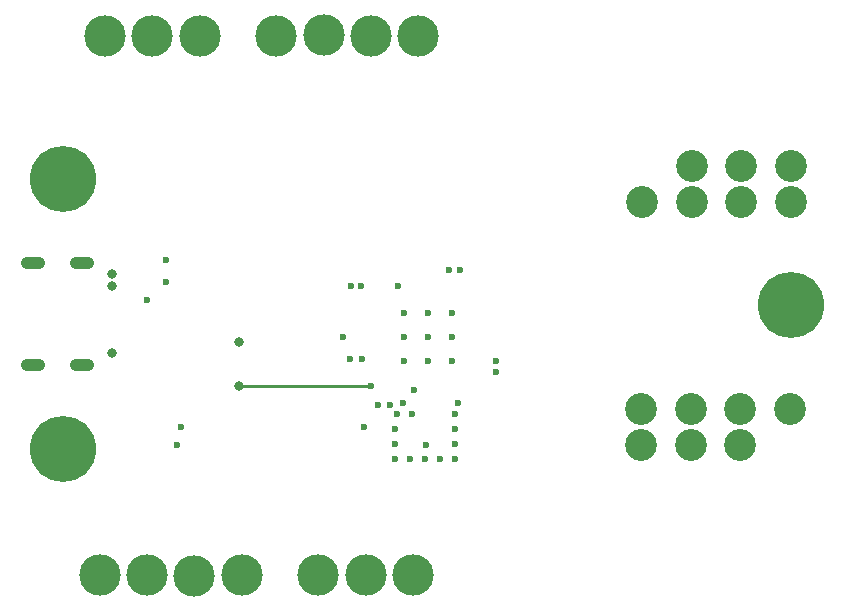
<source format=gbr>
%TF.GenerationSoftware,KiCad,Pcbnew,(6.0.10)*%
%TF.CreationDate,2023-01-18T21:36:02-05:00*%
%TF.ProjectId,32U4_NES_SNES_adapter,33325534-5f4e-4455-935f-534e45535f61,rev?*%
%TF.SameCoordinates,Original*%
%TF.FileFunction,Copper,L4,Bot*%
%TF.FilePolarity,Positive*%
%FSLAX46Y46*%
G04 Gerber Fmt 4.6, Leading zero omitted, Abs format (unit mm)*
G04 Created by KiCad (PCBNEW (6.0.10)) date 2023-01-18 21:36:02*
%MOMM*%
%LPD*%
G01*
G04 APERTURE LIST*
%TA.AperFunction,ComponentPad*%
%ADD10C,3.500000*%
%TD*%
%TA.AperFunction,ComponentPad*%
%ADD11C,2.700000*%
%TD*%
%TA.AperFunction,ComponentPad*%
%ADD12C,5.600000*%
%TD*%
%TA.AperFunction,ComponentPad*%
%ADD13O,2.100000X1.050000*%
%TD*%
%TA.AperFunction,ViaPad*%
%ADD14C,0.800000*%
%TD*%
%TA.AperFunction,ViaPad*%
%ADD15C,0.600000*%
%TD*%
%TA.AperFunction,Conductor*%
%ADD16C,0.254000*%
%TD*%
G04 APERTURE END LIST*
D10*
%TO.P,J2,1,5V*%
%TO.N,VCC*%
X97064000Y-120709000D03*
%TO.P,J2,2,CLK*%
%TO.N,/SNES_1_CLK*%
X101064000Y-120709000D03*
%TO.P,J2,3,LATCH*%
%TO.N,/SNES_1_LATCH*%
X105064000Y-120809000D03*
%TO.P,J2,4,DATA*%
%TO.N,/SNES_1_DATA*%
X109064000Y-120709000D03*
%TO.P,J2,5,NC*%
%TO.N,unconnected-(J2-Pad5)*%
X115564000Y-120709000D03*
%TO.P,J2,6,NC*%
%TO.N,unconnected-(J2-Pad6)*%
X119564000Y-120709000D03*
%TO.P,J2,7,GND*%
%TO.N,GND*%
X123564000Y-120709000D03*
%TD*%
D11*
%TO.P,J5,1,5V*%
%TO.N,VCC*%
X147168000Y-86125000D03*
%TO.P,J5,2,NC*%
%TO.N,unconnected-(J5-Pad2)*%
X151359000Y-86125000D03*
%TO.P,J5,3,NC*%
%TO.N,unconnected-(J5-Pad3)*%
X155550000Y-86125000D03*
%TO.P,J5,4,DATA*%
%TO.N,/NES_2_DATA*%
X155550000Y-89125000D03*
%TO.P,J5,5,LATCH*%
%TO.N,/NES_2_LATCH*%
X151359000Y-89125000D03*
%TO.P,J5,6,CLK*%
%TO.N,/NES_2_CLK*%
X147168000Y-89125000D03*
%TO.P,J5,7,GND*%
%TO.N,GND*%
X142977000Y-89125000D03*
%TD*%
D12*
%TO.P,H3,1,1*%
%TO.N,GND*%
X155550000Y-97917000D03*
%TD*%
D11*
%TO.P,J4,1,5V*%
%TO.N,VCC*%
X151282000Y-109709000D03*
%TO.P,J4,2,NC*%
%TO.N,unconnected-(J4-Pad2)*%
X147091000Y-109709000D03*
%TO.P,J4,3,NC*%
%TO.N,unconnected-(J4-Pad3)*%
X142900000Y-109709000D03*
%TO.P,J4,4,DATA*%
%TO.N,/NES_1_DATA*%
X142900000Y-106709000D03*
%TO.P,J4,5,LATCH*%
%TO.N,/NES_1_LATCH*%
X147091000Y-106709000D03*
%TO.P,J4,6,CLK*%
%TO.N,/NES_1_CLK*%
X151282000Y-106709000D03*
%TO.P,J4,7,GND*%
%TO.N,GND*%
X155473000Y-106709000D03*
%TD*%
D12*
%TO.P,H1,1,1*%
%TO.N,GND*%
X93895500Y-87249000D03*
%TD*%
%TO.P,H2,1,1*%
%TO.N,GND*%
X93895500Y-110109000D03*
%TD*%
D10*
%TO.P,J3,1,5V*%
%TO.N,VCC*%
X124014000Y-75125000D03*
%TO.P,J3,2,CLK*%
%TO.N,/SNES_2_CLK*%
X120014000Y-75125000D03*
%TO.P,J3,3,LATCH*%
%TO.N,/SNES_2_LATCH*%
X116014000Y-75025000D03*
%TO.P,J3,4,DATA*%
%TO.N,/SNES_2_DATA*%
X112014000Y-75125000D03*
%TO.P,J3,5,NC*%
%TO.N,unconnected-(J3-Pad5)*%
X105514000Y-75125000D03*
%TO.P,J3,6,NC*%
%TO.N,unconnected-(J3-Pad6)*%
X101514000Y-75125000D03*
%TO.P,J3,7,GND*%
%TO.N,GND*%
X97514000Y-75125000D03*
%TD*%
D13*
%TO.P,J1,S1,SHIELD*%
%TO.N,unconnected-(J1-PadS1)*%
X95535500Y-94359000D03*
%TO.P,J1,S2,SHIELD*%
%TO.N,unconnected-(J1-PadS2)*%
X95535500Y-102999000D03*
%TO.P,J1,S3,SHIELD*%
%TO.N,unconnected-(J1-PadS3)*%
X91355500Y-94359000D03*
%TO.P,J1,S4,SHIELD*%
%TO.N,unconnected-(J1-PadS4)*%
X91355500Y-102999000D03*
%TD*%
D14*
%TO.N,Net-(R3-Pad2)*%
X108876300Y-104770400D03*
D15*
X120015000Y-104775000D03*
%TO.N,VCC*%
X121587200Y-106349800D03*
D14*
%TO.N,GND*%
X108876300Y-101020400D03*
D15*
X103962200Y-108204000D03*
X127381000Y-106172000D03*
X124688600Y-109702600D03*
X102631200Y-94046000D03*
D14*
X98119000Y-101929000D03*
D15*
X122841000Y-102584000D03*
X125857000Y-110896400D03*
X122047000Y-108354000D03*
X126618000Y-94894400D03*
X122841000Y-100584000D03*
X122841000Y-98584000D03*
X123317000Y-110894000D03*
X127127000Y-110894000D03*
X122047000Y-110894000D03*
X123670544Y-105039041D03*
X127127000Y-108354000D03*
X126841000Y-98584000D03*
X126841000Y-102584000D03*
X118265000Y-102466200D03*
X127127000Y-109624000D03*
X124841000Y-98584000D03*
X122047000Y-109624000D03*
X127127000Y-107084000D03*
D14*
X98119000Y-95278000D03*
D15*
X122250200Y-107086400D03*
X124841000Y-100584000D03*
X124841000Y-102584000D03*
X124587000Y-110894000D03*
X130584000Y-103544000D03*
X117652800Y-100584000D03*
X118290400Y-96266000D03*
X126841000Y-100584000D03*
X120627200Y-106349800D03*
X123487000Y-107111800D03*
X122758200Y-106172000D03*
X101092000Y-97429000D03*
%TO.N,VCC*%
X119456200Y-108229400D03*
X127578000Y-94894400D03*
X103581200Y-109728000D03*
X102631200Y-95946000D03*
X119225000Y-102497377D03*
X130584000Y-102584000D03*
X122341000Y-96266000D03*
D14*
X98119000Y-96238000D03*
D15*
X119151400Y-96266000D03*
%TD*%
D16*
%TO.N,Net-(R3-Pad2)*%
X120015000Y-104775000D02*
X108880900Y-104775000D01*
X108880900Y-104775000D02*
X108876300Y-104770400D01*
%TD*%
M02*

</source>
